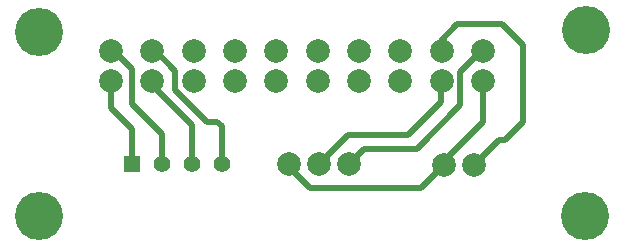
<source format=gbl>
G04 ( created by brdgerber.py ( brdgerber.py v0.1 2014-03-12 ) ) date 2020-04-13 11:59:19 EDT*
G04 Gerber Fmt 3.4, Leading zero omitted, Abs format*
%MOIN*%
%FSLAX34Y34*%
G01*
G70*
G90*
G04 APERTURE LIST*
%ADD12R,0.0550X0.0550*%
%ADD15C,0.1600*%
%ADD14C,0.0120*%
%ADD11C,0.0000*%
%ADD10C,0.0787*%
%ADD16C,0.0150*%
%ADD13C,0.0550*%
%ADD17C,0.0200*%
G04 APERTURE END LIST*
G54D12*
D10*
X-06301Y02408D03*
D10*
X-06301Y03392D03*
D10*
X-04923Y02408D03*
D10*
X-04923Y03392D03*
D10*
X-03545Y02408D03*
D10*
X-03545Y03392D03*
D10*
X-02167Y02408D03*
D10*
X-02167Y03392D03*
D10*
X-00789Y02408D03*
D10*
X-00789Y03392D03*
D10*
X00589Y02408D03*
D10*
X00589Y03392D03*
D10*
X01967Y02408D03*
D10*
X01967Y03392D03*
D10*
X03345Y02408D03*
D10*
X03345Y03392D03*
D10*
X04723Y02408D03*
D10*
X04723Y03392D03*
D10*
X06101Y02408D03*
D10*
X06101Y03392D03*
D10*
X-00350Y-00350D03*
D10*
X00650Y-00350D03*
D10*
X01650Y-00350D03*
D10*
X04800Y-00400D03*
D10*
X05800Y-00400D03*
D12*
X-05600Y-00350D03*
D13*
X-04600Y-00350D03*
D13*
X-03600Y-00350D03*
D13*
X-02600Y-00350D03*
D15*
X-08700Y04050D03*
D15*
X09550Y04100D03*
D15*
X-08700Y-02100D03*
D15*
X09500Y-02100D03*
D17*
G01X04050Y-01150D02*
G01X04800Y-00400D01*
D17*
G01X04700Y03400D02*
G01X04700Y03750D01*
D17*
G01X04700Y03750D02*
G01X05250Y04300D01*
D17*
G01X05250Y04300D02*
G01X06750Y04300D01*
D17*
G01X06750Y04300D02*
G01X07450Y03600D01*
D17*
G01X07450Y03600D02*
G01X07450Y01050D01*
D17*
G01X07450Y01050D02*
G01X06850Y00450D01*
D17*
G01X06850Y00450D02*
G01X06650Y00450D01*
D17*
G01X06650Y00450D02*
G01X05800Y-00400D01*
D17*
G01X06100Y02400D02*
G01X06100Y01050D01*
D17*
G01X06100Y01050D02*
G01X04800Y-00250D01*
D17*
G01X04800Y-00250D02*
G01X04800Y-00400D01*
D17*
G01X06100Y03400D02*
G01X06050Y03400D01*
D17*
G01X06050Y03400D02*
G01X05350Y02700D01*
D17*
G01X05350Y02700D02*
G01X05350Y01600D01*
D17*
G01X05350Y01600D02*
G01X03900Y00150D01*
D17*
G01X03900Y00150D02*
G01X02150Y00150D01*
D17*
G01X02150Y00150D02*
G01X01650Y-00350D01*
D17*
G01X04700Y02400D02*
G01X04700Y01700D01*
D17*
G01X04700Y01700D02*
G01X03600Y00600D01*
D17*
G01X03600Y00600D02*
G01X01600Y00600D01*
D17*
G01X01600Y00600D02*
G01X00650Y-00350D01*
D17*
G01X-00350Y-00350D02*
G01X-00350Y-00450D01*
D17*
G01X-00350Y-00450D02*
G01X00350Y-01150D01*
D17*
G01X00350Y-01150D02*
G01X04050Y-01150D01*
D17*
G01X-04900Y03400D02*
G01X-04800Y03400D01*
D17*
G01X-04800Y03400D02*
G01X-04150Y02750D01*
D17*
G01X-04150Y02750D02*
G01X-04150Y02100D01*
D17*
G01X-04150Y02100D02*
G01X-03100Y01050D01*
D17*
G01X-03100Y01050D02*
G01X-02750Y01050D01*
D17*
G01X-02750Y01050D02*
G01X-02600Y00900D01*
D17*
G01X-02600Y00900D02*
G01X-02600Y-00350D01*
D17*
G01X-04900Y02400D02*
G01X-04900Y02250D01*
D17*
G01X-04900Y02250D02*
G01X-03600Y00950D01*
D17*
G01X-03600Y00950D02*
G01X-03600Y-00350D01*
D17*
G01X-06300Y03400D02*
G01X-06200Y03400D01*
D17*
G01X-06200Y03400D02*
G01X-05600Y02800D01*
D17*
G01X-05600Y02800D02*
G01X-05600Y01650D01*
D17*
G01X-05600Y01650D02*
G01X-04600Y00650D01*
D17*
G01X-04600Y00650D02*
G01X-04600Y-00350D01*
D17*
G01X-06300Y02400D02*
G01X-06300Y01500D01*
D17*
G01X-06300Y01500D02*
G01X-05600Y00800D01*
D17*
G01X-05600Y00800D02*
G01X-05600Y-00350D01*
M02*

</source>
